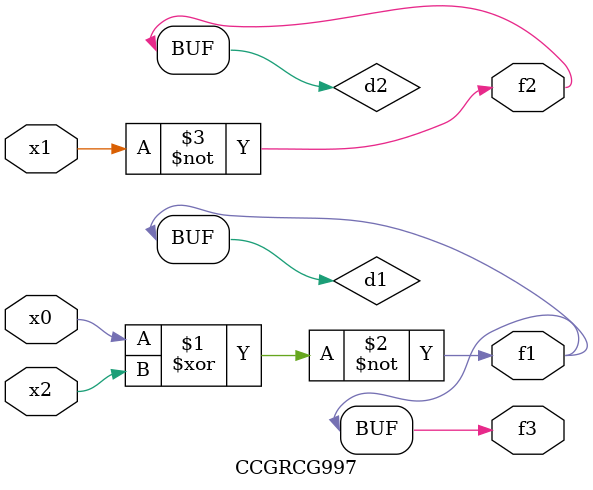
<source format=v>
module CCGRCG997(
	input x0, x1, x2,
	output f1, f2, f3
);

	wire d1, d2, d3;

	xnor (d1, x0, x2);
	nand (d2, x1);
	nor (d3, x1, x2);
	assign f1 = d1;
	assign f2 = d2;
	assign f3 = d1;
endmodule

</source>
